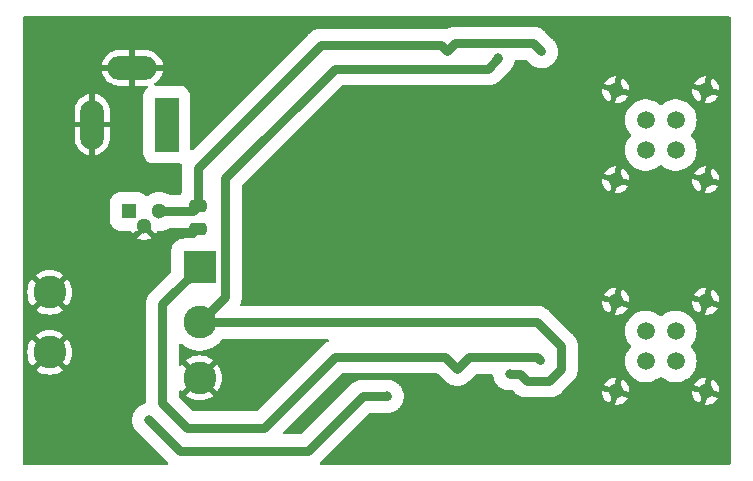
<source format=gbr>
%TF.GenerationSoftware,KiCad,Pcbnew,7.0.2*%
%TF.CreationDate,2023-05-26T14:56:53-03:00*%
%TF.ProjectId,Fonte-de-corrente-SWLS_V0,466f6e74-652d-4646-952d-636f7272656e,rev?*%
%TF.SameCoordinates,Original*%
%TF.FileFunction,Copper,L2,Bot*%
%TF.FilePolarity,Positive*%
%FSLAX46Y46*%
G04 Gerber Fmt 4.6, Leading zero omitted, Abs format (unit mm)*
G04 Created by KiCad (PCBNEW 7.0.2) date 2023-05-26 14:56:53*
%MOMM*%
%LPD*%
G01*
G04 APERTURE LIST*
G04 Aperture macros list*
%AMRoundRect*
0 Rectangle with rounded corners*
0 $1 Rounding radius*
0 $2 $3 $4 $5 $6 $7 $8 $9 X,Y pos of 4 corners*
0 Add a 4 corners polygon primitive as box body*
4,1,4,$2,$3,$4,$5,$6,$7,$8,$9,$2,$3,0*
0 Add four circle primitives for the rounded corners*
1,1,$1+$1,$2,$3*
1,1,$1+$1,$4,$5*
1,1,$1+$1,$6,$7*
1,1,$1+$1,$8,$9*
0 Add four rect primitives between the rounded corners*
20,1,$1+$1,$2,$3,$4,$5,0*
20,1,$1+$1,$4,$5,$6,$7,0*
20,1,$1+$1,$6,$7,$8,$9,0*
20,1,$1+$1,$8,$9,$2,$3,0*%
G04 Aperture macros list end*
%TA.AperFunction,ComponentPad*%
%ADD10C,2.775000*%
%TD*%
%TA.AperFunction,ComponentPad*%
%ADD11R,2.775000X2.775000*%
%TD*%
%TA.AperFunction,ComponentPad*%
%ADD12C,1.500000*%
%TD*%
%TA.AperFunction,ComponentPad*%
%ADD13C,1.300000*%
%TD*%
%TA.AperFunction,ComponentPad*%
%ADD14R,2.000000X4.600000*%
%TD*%
%TA.AperFunction,ComponentPad*%
%ADD15O,2.000000X4.200000*%
%TD*%
%TA.AperFunction,ComponentPad*%
%ADD16O,4.200000X2.000000*%
%TD*%
%TA.AperFunction,ComponentPad*%
%ADD17R,1.300000X1.300000*%
%TD*%
%TA.AperFunction,SMDPad,CuDef*%
%ADD18RoundRect,0.250000X-0.475000X0.250000X-0.475000X-0.250000X0.475000X-0.250000X0.475000X0.250000X0*%
%TD*%
%TA.AperFunction,ViaPad*%
%ADD19C,0.800000*%
%TD*%
%TA.AperFunction,Conductor*%
%ADD20C,0.600000*%
%TD*%
%TA.AperFunction,Conductor*%
%ADD21C,0.800000*%
%TD*%
G04 APERTURE END LIST*
D10*
%TO.P,SW1,S2*%
%TO.N,GND*%
X14351000Y-60706000D03*
%TO.P,SW1,S1*%
X14351000Y-55626000D03*
%TO.P,SW1,3,C*%
X27051000Y-62866000D03*
%TO.P,SW1,2,B*%
%TO.N,/IN*%
X27051000Y-58166000D03*
D11*
%TO.P,SW1,1,A*%
%TO.N,+5V*%
X27051000Y-53466000D03*
%TD*%
D12*
%TO.P,J2,1*%
%TO.N,/CH1+*%
X64829000Y-41021000D03*
%TO.P,J2,2*%
%TO.N,/CH1-*%
X64829000Y-43561000D03*
%TO.P,J2,3*%
%TO.N,unconnected-(J2-Pad3)*%
X67369000Y-43561000D03*
%TO.P,J2,4*%
%TO.N,unconnected-(J2-Pad4)*%
X67369000Y-41021000D03*
D13*
%TO.P,J2,5*%
%TO.N,GND*%
X62289000Y-38481000D03*
%TO.P,J2,6*%
X69909000Y-38481000D03*
%TO.P,J2,7*%
X69909000Y-46101000D03*
%TO.P,J2,8*%
X62289000Y-46101000D03*
%TD*%
%TO.P,J3,8*%
%TO.N,GND*%
X62289000Y-64008000D03*
%TO.P,J3,7*%
X69909000Y-64008000D03*
%TO.P,J3,6*%
X69909000Y-56388000D03*
%TO.P,J3,5*%
X62289000Y-56388000D03*
D12*
%TO.P,J3,4*%
%TO.N,unconnected-(J3-Pad4)*%
X67369000Y-58928000D03*
%TO.P,J3,3*%
%TO.N,unconnected-(J3-Pad3)*%
X67369000Y-61468000D03*
%TO.P,J3,2*%
%TO.N,/CH2-*%
X64829000Y-61468000D03*
%TO.P,J3,1*%
%TO.N,/CH2+*%
X64829000Y-58928000D03*
%TD*%
D14*
%TO.P,J4,1*%
%TO.N,/VIN*%
X24257000Y-41417000D03*
D15*
%TO.P,J4,2*%
%TO.N,GND*%
X17957000Y-41417000D03*
D16*
%TO.P,J4,3*%
X21357000Y-36617000D03*
%TD*%
D17*
%TO.P,U1,1,VI*%
%TO.N,/VIN*%
X21082000Y-48768000D03*
D13*
%TO.P,U1,2,GND*%
%TO.N,GND*%
X22352000Y-50038000D03*
%TO.P,U1,3,VO*%
%TO.N,+5V*%
X23622000Y-48768000D03*
%TD*%
D18*
%TO.P,C4,1*%
%TO.N,+5V*%
X26924000Y-48326000D03*
%TO.P,C4,2*%
%TO.N,GND*%
X26924000Y-50226000D03*
%TD*%
D19*
%TO.N,+5V*%
X55992000Y-35233000D03*
X47991000Y-35233000D03*
%TO.N,GND*%
X50950000Y-65900000D03*
%TO.N,+5V*%
X55832236Y-61367764D03*
X48852472Y-62135000D03*
%TO.N,GND*%
X50419000Y-39497000D03*
X30988000Y-37338000D03*
X44069000Y-65913000D03*
X43815000Y-39497000D03*
%TO.N,/IN*%
X53297472Y-62516000D03*
X52324000Y-35814000D03*
%TO.N,/~{IN}*%
X42926000Y-64421000D03*
X22733000Y-66421000D03*
%TD*%
D20*
%TO.N,GND*%
X26450000Y-50700000D02*
X24850000Y-50700000D01*
X26924000Y-50226000D02*
X26450000Y-50700000D01*
D21*
%TO.N,+5V*%
X23876000Y-56641000D02*
X27051000Y-53466000D01*
X23876000Y-65024000D02*
X23876000Y-56641000D01*
X25952000Y-67100000D02*
X23876000Y-65024000D01*
X38481000Y-61087000D02*
X32468000Y-67100000D01*
X47804472Y-61087000D02*
X38481000Y-61087000D01*
X48852472Y-62135000D02*
X47804472Y-61087000D01*
X32468000Y-67100000D02*
X25952000Y-67100000D01*
%TO.N,/~{IN}*%
X25362000Y-69050000D02*
X22733000Y-66421000D01*
X36233000Y-69050000D02*
X25362000Y-69050000D01*
X42926000Y-64421000D02*
X40862000Y-64421000D01*
X40862000Y-64421000D02*
X36233000Y-69050000D01*
%TO.N,+5V*%
X47483000Y-34725000D02*
X39482000Y-34725000D01*
X48680000Y-34544000D02*
X55303000Y-34544000D01*
X39482000Y-34725000D02*
X37284000Y-34725000D01*
X47991000Y-35233000D02*
X48680000Y-34544000D01*
X26924000Y-45085000D02*
X26924000Y-48326000D01*
X47991000Y-35233000D02*
X47483000Y-34725000D01*
X37284000Y-34725000D02*
X26924000Y-45085000D01*
X55303000Y-34544000D02*
X55992000Y-35233000D01*
X49868472Y-61119000D02*
X48852472Y-62135000D01*
X55583472Y-61119000D02*
X49868472Y-61119000D01*
X55832236Y-61367764D02*
X55583472Y-61119000D01*
X26482000Y-48768000D02*
X26924000Y-48326000D01*
X23622000Y-48768000D02*
X26482000Y-48768000D01*
%TO.N,/IN*%
X39116000Y-36703000D02*
X51435000Y-36703000D01*
X57658000Y-62103000D02*
X56642000Y-63119000D01*
X54134000Y-62516000D02*
X53297472Y-62516000D01*
X51435000Y-36703000D02*
X52324000Y-35814000D01*
X29210000Y-56007000D02*
X29210000Y-45974000D01*
X57658000Y-60198000D02*
X57658000Y-62103000D01*
X27051000Y-58166000D02*
X29210000Y-56007000D01*
X56642000Y-63119000D02*
X54737000Y-63119000D01*
X29210000Y-45974000D02*
X38481000Y-36703000D01*
X54737000Y-63119000D02*
X54134000Y-62516000D01*
X55626000Y-58166000D02*
X57658000Y-60198000D01*
X27051000Y-58166000D02*
X55626000Y-58166000D01*
X38481000Y-36703000D02*
X39116000Y-36703000D01*
%TD*%
%TA.AperFunction,Conductor*%
%TO.N,GND*%
G36*
X71951539Y-32278185D02*
G01*
X71997294Y-32330989D01*
X72008500Y-32382500D01*
X72008500Y-70106500D01*
X71988815Y-70173539D01*
X71936011Y-70219294D01*
X71884500Y-70230500D01*
X37333897Y-70230500D01*
X37266858Y-70210815D01*
X37221103Y-70158011D01*
X37211159Y-70088853D01*
X37240184Y-70025297D01*
X37248098Y-70016976D01*
X37253581Y-70011721D01*
X37288118Y-69978621D01*
X37291530Y-69974006D01*
X37303539Y-69960065D01*
X41405786Y-65857819D01*
X41467110Y-65824334D01*
X41493468Y-65821500D01*
X43042047Y-65821500D01*
X43042049Y-65821500D01*
X43096010Y-65812494D01*
X43105905Y-65811251D01*
X43163541Y-65806346D01*
X43212941Y-65793482D01*
X43223760Y-65791177D01*
X43253221Y-65786261D01*
X43270982Y-65783298D01*
X43325946Y-65764428D01*
X43334949Y-65761714D01*
X43394249Y-65746275D01*
X43437642Y-65726659D01*
X43448443Y-65722374D01*
X43490503Y-65707936D01*
X43544622Y-65678647D01*
X43552530Y-65674726D01*
X43611486Y-65648077D01*
X43648108Y-65623324D01*
X43658515Y-65617011D01*
X43694626Y-65597470D01*
X43745877Y-65557578D01*
X43752589Y-65552706D01*
X43809003Y-65514579D01*
X43838460Y-65486345D01*
X43848064Y-65478044D01*
X43877784Y-65454913D01*
X43924081Y-65404619D01*
X43929490Y-65399100D01*
X43981118Y-65349621D01*
X44003350Y-65319559D01*
X44011797Y-65309333D01*
X44034979Y-65284153D01*
X44074238Y-65224060D01*
X44078312Y-65218203D01*
X44122879Y-65157947D01*
X44138163Y-65127630D01*
X44145079Y-65115632D01*
X44148704Y-65110082D01*
X44161924Y-65089849D01*
X44192123Y-65021000D01*
X44194927Y-65015045D01*
X44230207Y-64945074D01*
X44239150Y-64915868D01*
X44244158Y-64902374D01*
X44255157Y-64877300D01*
X44274453Y-64801099D01*
X44276088Y-64795255D01*
X44300015Y-64717126D01*
X44300014Y-64717126D01*
X44300016Y-64717123D01*
X44303461Y-64690215D01*
X44306247Y-64675548D01*
X44312134Y-64652305D01*
X44318903Y-64570600D01*
X44319484Y-64565095D01*
X44330298Y-64480654D01*
X44329291Y-64456960D01*
X44329602Y-64441481D01*
X44331300Y-64421000D01*
X44324248Y-64335902D01*
X44323938Y-64330944D01*
X44323226Y-64314186D01*
X44320180Y-64242468D01*
X44315907Y-64222642D01*
X44313547Y-64206756D01*
X44313172Y-64202227D01*
X44312134Y-64189695D01*
X44290328Y-64103589D01*
X44289336Y-64099354D01*
X44269954Y-64009419D01*
X44263665Y-63993770D01*
X44258521Y-63977989D01*
X44255157Y-63964700D01*
X44218102Y-63880224D01*
X44216621Y-63876696D01*
X44181066Y-63788214D01*
X44181064Y-63788210D01*
X44174016Y-63776764D01*
X44166051Y-63761561D01*
X44161924Y-63752151D01*
X44109628Y-63672106D01*
X44107879Y-63669350D01*
X44056069Y-63585205D01*
X44049454Y-63577689D01*
X44038730Y-63563588D01*
X44034980Y-63557849D01*
X44034979Y-63557847D01*
X43967876Y-63484953D01*
X43966068Y-63482944D01*
X43957468Y-63473173D01*
X43898564Y-63406245D01*
X43897253Y-63405186D01*
X43893439Y-63402106D01*
X43880115Y-63389619D01*
X43877785Y-63387088D01*
X43867587Y-63379151D01*
X43796066Y-63323484D01*
X43729496Y-63269732D01*
X43713079Y-63256476D01*
X43710315Y-63254932D01*
X43694637Y-63244538D01*
X43694626Y-63244529D01*
X43600837Y-63193774D01*
X43540789Y-63160229D01*
X43504954Y-63140210D01*
X43504952Y-63140209D01*
X43504762Y-63140103D01*
X43493401Y-63135059D01*
X43480281Y-63130555D01*
X43386723Y-63098436D01*
X43350982Y-63085808D01*
X43277203Y-63059740D01*
X43159675Y-63040128D01*
X43045202Y-63020500D01*
X43045200Y-63020500D01*
X40910565Y-63020500D01*
X40902675Y-63020249D01*
X40899141Y-63020023D01*
X40832167Y-63015753D01*
X40832165Y-63015753D01*
X40832162Y-63015753D01*
X40729741Y-63026663D01*
X40727125Y-63026914D01*
X40624456Y-63035654D01*
X40618906Y-63037099D01*
X40600813Y-63040400D01*
X40595105Y-63041008D01*
X40495994Y-63069072D01*
X40493459Y-63069761D01*
X40393749Y-63095725D01*
X40388524Y-63098087D01*
X40371253Y-63104396D01*
X40365728Y-63105960D01*
X40272767Y-63150381D01*
X40270383Y-63151489D01*
X40176510Y-63193924D01*
X40171750Y-63197141D01*
X40155807Y-63206270D01*
X40150626Y-63208746D01*
X40066511Y-63268236D01*
X40064349Y-63269732D01*
X39978995Y-63327421D01*
X39974854Y-63331391D01*
X39960663Y-63343100D01*
X39955981Y-63346411D01*
X39883142Y-63419249D01*
X39881263Y-63421089D01*
X39806880Y-63492380D01*
X39803466Y-63496996D01*
X39791457Y-63510935D01*
X35689213Y-67613181D01*
X35627890Y-67646666D01*
X35601532Y-67649500D01*
X34198468Y-67649500D01*
X34131429Y-67629815D01*
X34085674Y-67577011D01*
X34075730Y-67507853D01*
X34104755Y-67444297D01*
X34110787Y-67437819D01*
X39024787Y-62523819D01*
X39086110Y-62490334D01*
X39112468Y-62487500D01*
X47173004Y-62487500D01*
X47240043Y-62507185D01*
X47260685Y-62523819D01*
X47793423Y-63056557D01*
X47803850Y-63068404D01*
X47817302Y-63085808D01*
X47858027Y-63123214D01*
X47865376Y-63130555D01*
X47900686Y-63168913D01*
X47943181Y-63201987D01*
X47950901Y-63208518D01*
X47992876Y-63247073D01*
X47992878Y-63247074D01*
X47992879Y-63247075D01*
X48011353Y-63258998D01*
X48024037Y-63268379D01*
X48040851Y-63282555D01*
X48057612Y-63292390D01*
X48071009Y-63301479D01*
X48083848Y-63311472D01*
X48134190Y-63338715D01*
X48142410Y-63343581D01*
X48193185Y-63376351D01*
X48213408Y-63384980D01*
X48227492Y-63392080D01*
X48246463Y-63403213D01*
X48261446Y-63408867D01*
X48276668Y-63415820D01*
X48287969Y-63421936D01*
X48345376Y-63441644D01*
X48353753Y-63444865D01*
X48412458Y-63469914D01*
X48433846Y-63475000D01*
X48448939Y-63479623D01*
X48469505Y-63487385D01*
X48469507Y-63487385D01*
X48469509Y-63487386D01*
X48481857Y-63489773D01*
X48498570Y-63494235D01*
X48507491Y-63497298D01*
X48570712Y-63507847D01*
X48578967Y-63509516D01*
X48644389Y-63525076D01*
X48666336Y-63526475D01*
X48681974Y-63528477D01*
X48703572Y-63532655D01*
X48712728Y-63532849D01*
X48730507Y-63534512D01*
X48736423Y-63535500D01*
X48803908Y-63535500D01*
X48811798Y-63535751D01*
X48882306Y-63540247D01*
X48904181Y-63537916D01*
X48919922Y-63537247D01*
X48941919Y-63537715D01*
X48947590Y-63536866D01*
X48965946Y-63535500D01*
X48968519Y-63535500D01*
X48968521Y-63535500D01*
X49038467Y-63523827D01*
X49045730Y-63522836D01*
X49119365Y-63514992D01*
X49140527Y-63508999D01*
X49155936Y-63505678D01*
X49177693Y-63502422D01*
X49179873Y-63501703D01*
X49196747Y-63497539D01*
X49197445Y-63497299D01*
X49197453Y-63497298D01*
X49267745Y-63473165D01*
X49274204Y-63471145D01*
X49348745Y-63450038D01*
X49368589Y-63440555D01*
X49383229Y-63434671D01*
X49404109Y-63427790D01*
X49404113Y-63427787D01*
X49405056Y-63427477D01*
X49413539Y-63423796D01*
X49476689Y-63389619D01*
X49485325Y-63384945D01*
X49490843Y-63382135D01*
X49563850Y-63347251D01*
X49581810Y-63334547D01*
X49595234Y-63326282D01*
X49614658Y-63315967D01*
X49614659Y-63315966D01*
X49616740Y-63314861D01*
X49621093Y-63311472D01*
X49621098Y-63311470D01*
X49685131Y-63261629D01*
X49689660Y-63258268D01*
X49758488Y-63209590D01*
X49774031Y-63194045D01*
X49785870Y-63183626D01*
X49803279Y-63170171D01*
X49862084Y-63106146D01*
X49865658Y-63102418D01*
X50412258Y-62555819D01*
X50473582Y-62522334D01*
X50499940Y-62519500D01*
X51777012Y-62519500D01*
X51844051Y-62539185D01*
X51889806Y-62591989D01*
X51900900Y-62638236D01*
X51903292Y-62694532D01*
X51907564Y-62714356D01*
X51909923Y-62730237D01*
X51911337Y-62747301D01*
X51933133Y-62833371D01*
X51934141Y-62837676D01*
X51950725Y-62914621D01*
X51953518Y-62927581D01*
X51959805Y-62943226D01*
X51964951Y-62959017D01*
X51968315Y-62972301D01*
X52005347Y-63056727D01*
X52006849Y-63060301D01*
X52042408Y-63148790D01*
X52049451Y-63160229D01*
X52057417Y-63175431D01*
X52061548Y-63184849D01*
X52113838Y-63264886D01*
X52115619Y-63267693D01*
X52167403Y-63351796D01*
X52174011Y-63359303D01*
X52184740Y-63373409D01*
X52188493Y-63379153D01*
X52255589Y-63452040D01*
X52257402Y-63454054D01*
X52304744Y-63507845D01*
X52324909Y-63530756D01*
X52330033Y-63534894D01*
X52343358Y-63547382D01*
X52345688Y-63549913D01*
X52427405Y-63613515D01*
X52510392Y-63680523D01*
X52513157Y-63682067D01*
X52528831Y-63692458D01*
X52528846Y-63692470D01*
X52622634Y-63743225D01*
X52718518Y-63796790D01*
X52718523Y-63796791D01*
X52718724Y-63796904D01*
X52730056Y-63801935D01*
X52732964Y-63802933D01*
X52732969Y-63802936D01*
X52836748Y-63838563D01*
X52943301Y-63876211D01*
X52943308Y-63876212D01*
X52946274Y-63877260D01*
X52952487Y-63878296D01*
X52952491Y-63878298D01*
X53063795Y-63896871D01*
X53063796Y-63896871D01*
X53178271Y-63916500D01*
X53178272Y-63916500D01*
X53181423Y-63916500D01*
X53413521Y-63916500D01*
X53502532Y-63916500D01*
X53569571Y-63936185D01*
X53590213Y-63952819D01*
X53712358Y-64074964D01*
X53717760Y-64080721D01*
X53764436Y-64133755D01*
X53844590Y-64198474D01*
X53846599Y-64200133D01*
X53925373Y-64266551D01*
X53925377Y-64266553D01*
X53925379Y-64266555D01*
X53930325Y-64269457D01*
X53945471Y-64279931D01*
X53949920Y-64283523D01*
X54039883Y-64333780D01*
X54042076Y-64335036D01*
X54130991Y-64387213D01*
X54136347Y-64389234D01*
X54153047Y-64396997D01*
X54158046Y-64399790D01*
X54218062Y-64420995D01*
X54255195Y-64434115D01*
X54257653Y-64435012D01*
X54354037Y-64471386D01*
X54359659Y-64472473D01*
X54377416Y-64477298D01*
X54382829Y-64479211D01*
X54484404Y-64496627D01*
X54486945Y-64497090D01*
X54553063Y-64509878D01*
X54588099Y-64516655D01*
X54588665Y-64516666D01*
X54593821Y-64516776D01*
X54612159Y-64518532D01*
X54617800Y-64519500D01*
X54720798Y-64519500D01*
X54723429Y-64519527D01*
X54826447Y-64521715D01*
X54832120Y-64520866D01*
X54850475Y-64519500D01*
X56593436Y-64519500D01*
X56601326Y-64519751D01*
X56671834Y-64524247D01*
X56774323Y-64513327D01*
X56776861Y-64513084D01*
X56879541Y-64504346D01*
X56885077Y-64502903D01*
X56903190Y-64499599D01*
X56908893Y-64498992D01*
X57008137Y-64470888D01*
X57010512Y-64470243D01*
X57110249Y-64444275D01*
X57115463Y-64441917D01*
X57132754Y-64435600D01*
X57138273Y-64434038D01*
X57231347Y-64389562D01*
X57233538Y-64388543D01*
X57327486Y-64346077D01*
X57332219Y-64342877D01*
X57348205Y-64333722D01*
X57353378Y-64331251D01*
X57437554Y-64271715D01*
X57439630Y-64270280D01*
X57525003Y-64212579D01*
X57529136Y-64208617D01*
X57543336Y-64196899D01*
X57548016Y-64193590D01*
X57620853Y-64120751D01*
X57622687Y-64118955D01*
X57697118Y-64047621D01*
X57700530Y-64043006D01*
X57712539Y-64029065D01*
X57733605Y-64007999D01*
X61134073Y-64007999D01*
X61153737Y-64220219D01*
X61212062Y-64425208D01*
X61307058Y-64615988D01*
X61435497Y-64786067D01*
X61593001Y-64929652D01*
X61756156Y-65030673D01*
X61965330Y-64250016D01*
X62050955Y-64335641D01*
X62163852Y-64393165D01*
X62257519Y-64408000D01*
X62320481Y-64408000D01*
X62414148Y-64393165D01*
X62449430Y-64375187D01*
X62239677Y-65157999D01*
X62239678Y-65158000D01*
X62395561Y-65158000D01*
X62605060Y-65118837D01*
X62803798Y-65041846D01*
X62984996Y-64929654D01*
X63142502Y-64786067D01*
X63270938Y-64615992D01*
X63308747Y-64540058D01*
X62531018Y-64331667D01*
X62616641Y-64246045D01*
X62674165Y-64133148D01*
X62693986Y-64008000D01*
X62674165Y-63882852D01*
X62656186Y-63847566D01*
X63439346Y-64057414D01*
X63443926Y-64007999D01*
X68754073Y-64007999D01*
X68773737Y-64220219D01*
X68832062Y-64425208D01*
X68927058Y-64615988D01*
X69055497Y-64786067D01*
X69213001Y-64929652D01*
X69376156Y-65030673D01*
X69585330Y-64250016D01*
X69670955Y-64335641D01*
X69783852Y-64393165D01*
X69877519Y-64408000D01*
X69940481Y-64408000D01*
X70034148Y-64393165D01*
X70069430Y-64375187D01*
X69859677Y-65157999D01*
X69859678Y-65158000D01*
X70015561Y-65158000D01*
X70225060Y-65118837D01*
X70423798Y-65041846D01*
X70604996Y-64929654D01*
X70762502Y-64786067D01*
X70890938Y-64615992D01*
X70928747Y-64540058D01*
X70151018Y-64331667D01*
X70236641Y-64246045D01*
X70294165Y-64133148D01*
X70313986Y-64008000D01*
X70294165Y-63882852D01*
X70276186Y-63847566D01*
X71059346Y-64057414D01*
X71063926Y-64007998D01*
X71044262Y-63795780D01*
X70985937Y-63590791D01*
X70890941Y-63400011D01*
X70762502Y-63229932D01*
X70604998Y-63086347D01*
X70441842Y-62985325D01*
X70232667Y-63765981D01*
X70147045Y-63680359D01*
X70034148Y-63622835D01*
X69940481Y-63608000D01*
X69877519Y-63608000D01*
X69783852Y-63622835D01*
X69748566Y-63640813D01*
X69958322Y-62858000D01*
X69802439Y-62858000D01*
X69592939Y-62897162D01*
X69394201Y-62974153D01*
X69213003Y-63086345D01*
X69055497Y-63229932D01*
X68927060Y-63400009D01*
X68889251Y-63475940D01*
X69666982Y-63684331D01*
X69581359Y-63769955D01*
X69523835Y-63882852D01*
X69504014Y-64008000D01*
X69523835Y-64133148D01*
X69541812Y-64168431D01*
X68758651Y-63958584D01*
X68754073Y-64007999D01*
X63443926Y-64007999D01*
X63443926Y-64007998D01*
X63424262Y-63795780D01*
X63365937Y-63590791D01*
X63270941Y-63400011D01*
X63142502Y-63229932D01*
X62984998Y-63086347D01*
X62821842Y-62985325D01*
X62612667Y-63765981D01*
X62527045Y-63680359D01*
X62414148Y-63622835D01*
X62320481Y-63608000D01*
X62257519Y-63608000D01*
X62163852Y-63622835D01*
X62128566Y-63640813D01*
X62338322Y-62858000D01*
X62182439Y-62858000D01*
X61972939Y-62897162D01*
X61774201Y-62974153D01*
X61593003Y-63086345D01*
X61435497Y-63229932D01*
X61307060Y-63400009D01*
X61269251Y-63475940D01*
X62046982Y-63684331D01*
X61961359Y-63769955D01*
X61903835Y-63882852D01*
X61884014Y-64008000D01*
X61903835Y-64133148D01*
X61921812Y-64168431D01*
X61138651Y-63958584D01*
X61134073Y-64007999D01*
X57733605Y-64007999D01*
X58613978Y-63127626D01*
X58619703Y-63122254D01*
X58672755Y-63075564D01*
X58737485Y-62995396D01*
X58739143Y-62993388D01*
X58805549Y-62914627D01*
X58805549Y-62914626D01*
X58805554Y-62914621D01*
X58808455Y-62909676D01*
X58818920Y-62894541D01*
X58822523Y-62890080D01*
X58872777Y-62800118D01*
X58874026Y-62797936D01*
X58926213Y-62709009D01*
X58928233Y-62703652D01*
X58935996Y-62686953D01*
X58938790Y-62681954D01*
X58973124Y-62584775D01*
X58974013Y-62582345D01*
X58990301Y-62539185D01*
X59010386Y-62485963D01*
X59011472Y-62480346D01*
X59016300Y-62462576D01*
X59018211Y-62457171D01*
X59035629Y-62355578D01*
X59036087Y-62353070D01*
X59055655Y-62251900D01*
X59055776Y-62246178D01*
X59057533Y-62227837D01*
X59058500Y-62222199D01*
X59058500Y-62119201D01*
X59058528Y-62116569D01*
X59060715Y-62013552D01*
X59059866Y-62007880D01*
X59058500Y-61989525D01*
X59058500Y-61468000D01*
X63073591Y-61468000D01*
X63093197Y-61729627D01*
X63151580Y-61985418D01*
X63247431Y-62229641D01*
X63361558Y-62427316D01*
X63378614Y-62456857D01*
X63542195Y-62661981D01*
X63542197Y-62661983D01*
X63542198Y-62661984D01*
X63734514Y-62840428D01*
X63734520Y-62840432D01*
X63734521Y-62840433D01*
X63951296Y-62988228D01*
X64187677Y-63102063D01*
X64438385Y-63179396D01*
X64697818Y-63218500D01*
X64960182Y-63218500D01*
X65219615Y-63179396D01*
X65470323Y-63102063D01*
X65706704Y-62988228D01*
X65923479Y-62840433D01*
X66014658Y-62755830D01*
X66077190Y-62724662D01*
X66146647Y-62732249D01*
X66183342Y-62755831D01*
X66274518Y-62840431D01*
X66274521Y-62840433D01*
X66491296Y-62988228D01*
X66727677Y-63102063D01*
X66978385Y-63179396D01*
X67237818Y-63218500D01*
X67500182Y-63218500D01*
X67759615Y-63179396D01*
X68010323Y-63102063D01*
X68246704Y-62988228D01*
X68463479Y-62840433D01*
X68463482Y-62840429D01*
X68463485Y-62840428D01*
X68548792Y-62761273D01*
X68655805Y-62661981D01*
X68819386Y-62456857D01*
X68950568Y-62229643D01*
X69046420Y-61985416D01*
X69104802Y-61729630D01*
X69124408Y-61468000D01*
X69104802Y-61206370D01*
X69046420Y-60950584D01*
X68950568Y-60706357D01*
X68819386Y-60479143D01*
X68656835Y-60275310D01*
X68630428Y-60210627D01*
X68643183Y-60141931D01*
X68656832Y-60120693D01*
X68819386Y-59916857D01*
X68950568Y-59689643D01*
X69046420Y-59445416D01*
X69104802Y-59189630D01*
X69124408Y-58928000D01*
X69104802Y-58666370D01*
X69046420Y-58410584D01*
X68950568Y-58166357D01*
X68819386Y-57939143D01*
X68655805Y-57734019D01*
X68588250Y-57671337D01*
X68463485Y-57555571D01*
X68437713Y-57538000D01*
X68246704Y-57407772D01*
X68010323Y-57293937D01*
X67759615Y-57216604D01*
X67500182Y-57177500D01*
X67237818Y-57177500D01*
X66978385Y-57216604D01*
X66727677Y-57293937D01*
X66491298Y-57407770D01*
X66274519Y-57555568D01*
X66183341Y-57640169D01*
X66120808Y-57671337D01*
X66051352Y-57663750D01*
X66014659Y-57640169D01*
X65923480Y-57555568D01*
X65897711Y-57537999D01*
X65706704Y-57407772D01*
X65706703Y-57407771D01*
X65706701Y-57407770D01*
X65580110Y-57346807D01*
X65470323Y-57293937D01*
X65219615Y-57216604D01*
X64960182Y-57177500D01*
X64697818Y-57177500D01*
X64438385Y-57216604D01*
X64187677Y-57293937D01*
X63951296Y-57407772D01*
X63901578Y-57441669D01*
X63734514Y-57555571D01*
X63542198Y-57734015D01*
X63378613Y-57939143D01*
X63247431Y-58166358D01*
X63151580Y-58410581D01*
X63093197Y-58666372D01*
X63073591Y-58928000D01*
X63093197Y-59189627D01*
X63151580Y-59445418D01*
X63244335Y-59681753D01*
X63247432Y-59689643D01*
X63256543Y-59705423D01*
X63378613Y-59916856D01*
X63394315Y-59936546D01*
X63541163Y-60120687D01*
X63567571Y-60185373D01*
X63554816Y-60254068D01*
X63541163Y-60275312D01*
X63378613Y-60479143D01*
X63247431Y-60706358D01*
X63151580Y-60950581D01*
X63093197Y-61206372D01*
X63073591Y-61468000D01*
X59058500Y-61468000D01*
X59058500Y-60246564D01*
X59058751Y-60238674D01*
X59060539Y-60210627D01*
X59063247Y-60168166D01*
X59052328Y-60065686D01*
X59052081Y-60063100D01*
X59050490Y-60044410D01*
X59043346Y-59960459D01*
X59041902Y-59954915D01*
X59038598Y-59936800D01*
X59038484Y-59935731D01*
X59037992Y-59931108D01*
X59009903Y-59831915D01*
X59009229Y-59829431D01*
X59006457Y-59818786D01*
X58991600Y-59761725D01*
X58983275Y-59729750D01*
X58980915Y-59724529D01*
X58974600Y-59707242D01*
X58973039Y-59701730D01*
X58968774Y-59692805D01*
X58928587Y-59608705D01*
X58927488Y-59606338D01*
X58918378Y-59586185D01*
X58885077Y-59512514D01*
X58881872Y-59507773D01*
X58872723Y-59491795D01*
X58870253Y-59486626D01*
X58870252Y-59486625D01*
X58870251Y-59486622D01*
X58810697Y-59402419D01*
X58809284Y-59400375D01*
X58751579Y-59314997D01*
X58747609Y-59310854D01*
X58735897Y-59296659D01*
X58732590Y-59291984D01*
X58659773Y-59219167D01*
X58657932Y-59217287D01*
X58631422Y-59189627D01*
X58586621Y-59142882D01*
X58582002Y-59139466D01*
X58568063Y-59127457D01*
X56650640Y-57210034D01*
X56645237Y-57204276D01*
X56598564Y-57151245D01*
X56518428Y-57086539D01*
X56516399Y-57084865D01*
X56437622Y-57018447D01*
X56437621Y-57018446D01*
X56432670Y-57015541D01*
X56417542Y-57005080D01*
X56413080Y-57001477D01*
X56413079Y-57001476D01*
X56413076Y-57001474D01*
X56323130Y-56951228D01*
X56320899Y-56949950D01*
X56232009Y-56897787D01*
X56232008Y-56897786D01*
X56232007Y-56897786D01*
X56226648Y-56895764D01*
X56209953Y-56888002D01*
X56204954Y-56885210D01*
X56198378Y-56882886D01*
X56107786Y-56850877D01*
X56105317Y-56849975D01*
X56008961Y-56813613D01*
X56003336Y-56812525D01*
X55985592Y-56807703D01*
X55980173Y-56805788D01*
X55878639Y-56788379D01*
X55876050Y-56787907D01*
X55774898Y-56768344D01*
X55769157Y-56768222D01*
X55750852Y-56766468D01*
X55745204Y-56765500D01*
X55745200Y-56765500D01*
X55642202Y-56765500D01*
X55639570Y-56765472D01*
X55536552Y-56763284D01*
X55530880Y-56764134D01*
X55512525Y-56765500D01*
X30601797Y-56765500D01*
X30534758Y-56745815D01*
X30489003Y-56693011D01*
X30479059Y-56623853D01*
X30488378Y-56596301D01*
X30487272Y-56595911D01*
X30490790Y-56585954D01*
X30525124Y-56488775D01*
X30526013Y-56486345D01*
X30562384Y-56389967D01*
X30562386Y-56389963D01*
X30562766Y-56387999D01*
X61134073Y-56387999D01*
X61153737Y-56600219D01*
X61212062Y-56805208D01*
X61307058Y-56995988D01*
X61435497Y-57166067D01*
X61593001Y-57309652D01*
X61756156Y-57410673D01*
X61965330Y-56630016D01*
X62050955Y-56715641D01*
X62163852Y-56773165D01*
X62257519Y-56788000D01*
X62320481Y-56788000D01*
X62414148Y-56773165D01*
X62449430Y-56755187D01*
X62239677Y-57537999D01*
X62239678Y-57538000D01*
X62395561Y-57538000D01*
X62605060Y-57498837D01*
X62803798Y-57421846D01*
X62984996Y-57309654D01*
X63142502Y-57166067D01*
X63270938Y-56995992D01*
X63308747Y-56920058D01*
X62531018Y-56711667D01*
X62616641Y-56626045D01*
X62674165Y-56513148D01*
X62693986Y-56388000D01*
X62674165Y-56262852D01*
X62656186Y-56227566D01*
X63439346Y-56437414D01*
X63443926Y-56387999D01*
X68754073Y-56387999D01*
X68773737Y-56600219D01*
X68832062Y-56805208D01*
X68927058Y-56995988D01*
X69055497Y-57166067D01*
X69213001Y-57309652D01*
X69376156Y-57410673D01*
X69585330Y-56630016D01*
X69670955Y-56715641D01*
X69783852Y-56773165D01*
X69877519Y-56788000D01*
X69940481Y-56788000D01*
X70034148Y-56773165D01*
X70069430Y-56755187D01*
X69859677Y-57537999D01*
X69859678Y-57538000D01*
X70015561Y-57538000D01*
X70225060Y-57498837D01*
X70423798Y-57421846D01*
X70604996Y-57309654D01*
X70762502Y-57166067D01*
X70890938Y-56995992D01*
X70928747Y-56920058D01*
X70151018Y-56711667D01*
X70236641Y-56626045D01*
X70294165Y-56513148D01*
X70313986Y-56388000D01*
X70294165Y-56262852D01*
X70276186Y-56227566D01*
X71059346Y-56437414D01*
X71063926Y-56387998D01*
X71044262Y-56175780D01*
X70985937Y-55970791D01*
X70890941Y-55780011D01*
X70762502Y-55609932D01*
X70604998Y-55466347D01*
X70441842Y-55365325D01*
X70232667Y-56145981D01*
X70147045Y-56060359D01*
X70034148Y-56002835D01*
X69940481Y-55988000D01*
X69877519Y-55988000D01*
X69783852Y-56002835D01*
X69748566Y-56020813D01*
X69958322Y-55238000D01*
X69802439Y-55238000D01*
X69592939Y-55277162D01*
X69394201Y-55354153D01*
X69213003Y-55466345D01*
X69055497Y-55609932D01*
X68927060Y-55780009D01*
X68889251Y-55855940D01*
X69666982Y-56064331D01*
X69581359Y-56149955D01*
X69523835Y-56262852D01*
X69504014Y-56388000D01*
X69523835Y-56513148D01*
X69541812Y-56548431D01*
X68758651Y-56338584D01*
X68754073Y-56387999D01*
X63443926Y-56387999D01*
X63443926Y-56387998D01*
X63424262Y-56175780D01*
X63365937Y-55970791D01*
X63270941Y-55780011D01*
X63142502Y-55609932D01*
X62984998Y-55466347D01*
X62821842Y-55365325D01*
X62612667Y-56145981D01*
X62527045Y-56060359D01*
X62414148Y-56002835D01*
X62320481Y-55988000D01*
X62257519Y-55988000D01*
X62163852Y-56002835D01*
X62128566Y-56020813D01*
X62338322Y-55238000D01*
X62182439Y-55238000D01*
X61972939Y-55277162D01*
X61774201Y-55354153D01*
X61593003Y-55466345D01*
X61435497Y-55609932D01*
X61307060Y-55780009D01*
X61269251Y-55855940D01*
X62046982Y-56064331D01*
X61961359Y-56149955D01*
X61903835Y-56262852D01*
X61884014Y-56388000D01*
X61903835Y-56513148D01*
X61921812Y-56548431D01*
X61138651Y-56338584D01*
X61134073Y-56387999D01*
X30562766Y-56387999D01*
X30563472Y-56384346D01*
X30568300Y-56366576D01*
X30570211Y-56361171D01*
X30587639Y-56259518D01*
X30588082Y-56257093D01*
X30607654Y-56155900D01*
X30607775Y-56150176D01*
X30609530Y-56131853D01*
X30610500Y-56126200D01*
X30610500Y-56023181D01*
X30610528Y-56020549D01*
X30611219Y-55988000D01*
X30612715Y-55917553D01*
X30611867Y-55911890D01*
X30610499Y-55893524D01*
X30610499Y-51238801D01*
X30610499Y-46605464D01*
X30630184Y-46538429D01*
X30646813Y-46517792D01*
X31063606Y-46100999D01*
X61134073Y-46100999D01*
X61153737Y-46313219D01*
X61212062Y-46518208D01*
X61307058Y-46708988D01*
X61435497Y-46879067D01*
X61593001Y-47022652D01*
X61756156Y-47123673D01*
X61965330Y-46343016D01*
X62050955Y-46428641D01*
X62163852Y-46486165D01*
X62257519Y-46501000D01*
X62320481Y-46501000D01*
X62414148Y-46486165D01*
X62449430Y-46468187D01*
X62239677Y-47250999D01*
X62239678Y-47251000D01*
X62395561Y-47251000D01*
X62605060Y-47211837D01*
X62803798Y-47134846D01*
X62984996Y-47022654D01*
X63142502Y-46879067D01*
X63270938Y-46708992D01*
X63308747Y-46633058D01*
X62531018Y-46424667D01*
X62616641Y-46339045D01*
X62674165Y-46226148D01*
X62693986Y-46101000D01*
X62674165Y-45975852D01*
X62656186Y-45940566D01*
X63439346Y-46150414D01*
X63443926Y-46100999D01*
X68754073Y-46100999D01*
X68773737Y-46313219D01*
X68832062Y-46518208D01*
X68927058Y-46708988D01*
X69055497Y-46879067D01*
X69213001Y-47022652D01*
X69376156Y-47123673D01*
X69585330Y-46343016D01*
X69670955Y-46428641D01*
X69783852Y-46486165D01*
X69877519Y-46501000D01*
X69940481Y-46501000D01*
X70034148Y-46486165D01*
X70069430Y-46468187D01*
X69859677Y-47250999D01*
X69859678Y-47251000D01*
X70015561Y-47251000D01*
X70225060Y-47211837D01*
X70423798Y-47134846D01*
X70604996Y-47022654D01*
X70762502Y-46879067D01*
X70890938Y-46708992D01*
X70928747Y-46633058D01*
X70151018Y-46424667D01*
X70236641Y-46339045D01*
X70294165Y-46226148D01*
X70313986Y-46101000D01*
X70294165Y-45975852D01*
X70276186Y-45940566D01*
X71059346Y-46150414D01*
X71063926Y-46100998D01*
X71044262Y-45888780D01*
X70985937Y-45683791D01*
X70890941Y-45493011D01*
X70762502Y-45322932D01*
X70604998Y-45179347D01*
X70441842Y-45078325D01*
X70232667Y-45858981D01*
X70147045Y-45773359D01*
X70034148Y-45715835D01*
X69940481Y-45701000D01*
X69877519Y-45701000D01*
X69783852Y-45715835D01*
X69748566Y-45733813D01*
X69958322Y-44951000D01*
X69802439Y-44951000D01*
X69592939Y-44990162D01*
X69394201Y-45067153D01*
X69213003Y-45179345D01*
X69055497Y-45322932D01*
X68927060Y-45493009D01*
X68889251Y-45568940D01*
X69666982Y-45777331D01*
X69581359Y-45862955D01*
X69523835Y-45975852D01*
X69504014Y-46101000D01*
X69523835Y-46226148D01*
X69541812Y-46261431D01*
X68758651Y-46051584D01*
X68754073Y-46100999D01*
X63443926Y-46100999D01*
X63443926Y-46100998D01*
X63424262Y-45888780D01*
X63365937Y-45683791D01*
X63270941Y-45493011D01*
X63142502Y-45322932D01*
X62984998Y-45179347D01*
X62821842Y-45078325D01*
X62612667Y-45858981D01*
X62527045Y-45773359D01*
X62414148Y-45715835D01*
X62320481Y-45701000D01*
X62257519Y-45701000D01*
X62163852Y-45715835D01*
X62128566Y-45733813D01*
X62338322Y-44951000D01*
X62182439Y-44951000D01*
X61972939Y-44990162D01*
X61774201Y-45067153D01*
X61593003Y-45179345D01*
X61435497Y-45322932D01*
X61307060Y-45493009D01*
X61269251Y-45568940D01*
X62046982Y-45777331D01*
X61961359Y-45862955D01*
X61903835Y-45975852D01*
X61884014Y-46101000D01*
X61903835Y-46226148D01*
X61921812Y-46261431D01*
X61138651Y-46051584D01*
X61134073Y-46100999D01*
X31063606Y-46100999D01*
X33603606Y-43560999D01*
X63073591Y-43560999D01*
X63093197Y-43822627D01*
X63151580Y-44078418D01*
X63247431Y-44322641D01*
X63378613Y-44549856D01*
X63419509Y-44601138D01*
X63542195Y-44754981D01*
X63542197Y-44754983D01*
X63542198Y-44754984D01*
X63734514Y-44933428D01*
X63734520Y-44933432D01*
X63734521Y-44933433D01*
X63951296Y-45081228D01*
X64187677Y-45195063D01*
X64438385Y-45272396D01*
X64697818Y-45311500D01*
X64960182Y-45311500D01*
X65219615Y-45272396D01*
X65470323Y-45195063D01*
X65706704Y-45081228D01*
X65923479Y-44933433D01*
X66014658Y-44848830D01*
X66077190Y-44817662D01*
X66146647Y-44825249D01*
X66183342Y-44848831D01*
X66274518Y-44933431D01*
X66274521Y-44933433D01*
X66491296Y-45081228D01*
X66727677Y-45195063D01*
X66978385Y-45272396D01*
X67237818Y-45311500D01*
X67500182Y-45311500D01*
X67759615Y-45272396D01*
X68010323Y-45195063D01*
X68246704Y-45081228D01*
X68463479Y-44933433D01*
X68463482Y-44933429D01*
X68463485Y-44933428D01*
X68548792Y-44854273D01*
X68655805Y-44754981D01*
X68819386Y-44549857D01*
X68950568Y-44322643D01*
X69046420Y-44078416D01*
X69104802Y-43822630D01*
X69124408Y-43561000D01*
X69104802Y-43299370D01*
X69046420Y-43043584D01*
X68950568Y-42799357D01*
X68819386Y-42572143D01*
X68656835Y-42368311D01*
X68630428Y-42303625D01*
X68643183Y-42234930D01*
X68656828Y-42213697D01*
X68819386Y-42009857D01*
X68950568Y-41782643D01*
X69046420Y-41538416D01*
X69104802Y-41282630D01*
X69124408Y-41021000D01*
X69104802Y-40759370D01*
X69046420Y-40503584D01*
X68950568Y-40259357D01*
X68819386Y-40032143D01*
X68655805Y-39827019D01*
X68588250Y-39764337D01*
X68463485Y-39648571D01*
X68437713Y-39631000D01*
X68246704Y-39500772D01*
X68010323Y-39386937D01*
X67759615Y-39309604D01*
X67500182Y-39270500D01*
X67237818Y-39270500D01*
X66978385Y-39309604D01*
X66727677Y-39386937D01*
X66491298Y-39500770D01*
X66274519Y-39648568D01*
X66183341Y-39733169D01*
X66120808Y-39764337D01*
X66051352Y-39756750D01*
X66014659Y-39733169D01*
X65923480Y-39648568D01*
X65897711Y-39630999D01*
X65706704Y-39500772D01*
X65706703Y-39500771D01*
X65706701Y-39500770D01*
X65580110Y-39439807D01*
X65470323Y-39386937D01*
X65219615Y-39309604D01*
X64960182Y-39270500D01*
X64697818Y-39270500D01*
X64438385Y-39309604D01*
X64187677Y-39386937D01*
X63951296Y-39500772D01*
X63881922Y-39548070D01*
X63734514Y-39648571D01*
X63542198Y-39827015D01*
X63378613Y-40032143D01*
X63247431Y-40259358D01*
X63151580Y-40503581D01*
X63093197Y-40759372D01*
X63073591Y-41021000D01*
X63093197Y-41282627D01*
X63151580Y-41538418D01*
X63247431Y-41782641D01*
X63378613Y-42009856D01*
X63541163Y-42213687D01*
X63567572Y-42278374D01*
X63554815Y-42347069D01*
X63541163Y-42368313D01*
X63378613Y-42572143D01*
X63247431Y-42799358D01*
X63151580Y-43043581D01*
X63093197Y-43299372D01*
X63073591Y-43560999D01*
X33603606Y-43560999D01*
X38683606Y-38480999D01*
X61134073Y-38480999D01*
X61153737Y-38693219D01*
X61212062Y-38898208D01*
X61307058Y-39088988D01*
X61435497Y-39259067D01*
X61593001Y-39402652D01*
X61756156Y-39503673D01*
X61965330Y-38723016D01*
X62050955Y-38808641D01*
X62163852Y-38866165D01*
X62257519Y-38881000D01*
X62320481Y-38881000D01*
X62414148Y-38866165D01*
X62449430Y-38848187D01*
X62239677Y-39630999D01*
X62239678Y-39631000D01*
X62395561Y-39631000D01*
X62605060Y-39591837D01*
X62803798Y-39514846D01*
X62984996Y-39402654D01*
X63142502Y-39259067D01*
X63270938Y-39088992D01*
X63308747Y-39013058D01*
X62531018Y-38804667D01*
X62616641Y-38719045D01*
X62674165Y-38606148D01*
X62693986Y-38481000D01*
X62674165Y-38355852D01*
X62656186Y-38320566D01*
X63439346Y-38530414D01*
X63443926Y-38480999D01*
X68754073Y-38480999D01*
X68773737Y-38693219D01*
X68832062Y-38898208D01*
X68927058Y-39088988D01*
X69055497Y-39259067D01*
X69213001Y-39402652D01*
X69376156Y-39503673D01*
X69585330Y-38723016D01*
X69670955Y-38808641D01*
X69783852Y-38866165D01*
X69877519Y-38881000D01*
X69940481Y-38881000D01*
X70034148Y-38866165D01*
X70069430Y-38848187D01*
X69859677Y-39630999D01*
X69859678Y-39631000D01*
X70015561Y-39631000D01*
X70225060Y-39591837D01*
X70423798Y-39514846D01*
X70604996Y-39402654D01*
X70762502Y-39259067D01*
X70890938Y-39088992D01*
X70928747Y-39013058D01*
X70151018Y-38804667D01*
X70236641Y-38719045D01*
X70294165Y-38606148D01*
X70313986Y-38481000D01*
X70294165Y-38355852D01*
X70276186Y-38320566D01*
X71059346Y-38530414D01*
X71063926Y-38480998D01*
X71044262Y-38268780D01*
X70985937Y-38063791D01*
X70890941Y-37873011D01*
X70762502Y-37702932D01*
X70604998Y-37559347D01*
X70441842Y-37458325D01*
X70232667Y-38238981D01*
X70147045Y-38153359D01*
X70034148Y-38095835D01*
X69940481Y-38081000D01*
X69877519Y-38081000D01*
X69783852Y-38095835D01*
X69748566Y-38113813D01*
X69958322Y-37331000D01*
X69802439Y-37331000D01*
X69592939Y-37370162D01*
X69394201Y-37447153D01*
X69213003Y-37559345D01*
X69055497Y-37702932D01*
X68927060Y-37873009D01*
X68889251Y-37948940D01*
X69666982Y-38157331D01*
X69581359Y-38242955D01*
X69523835Y-38355852D01*
X69504014Y-38481000D01*
X69523835Y-38606148D01*
X69541812Y-38641431D01*
X68758651Y-38431584D01*
X68754073Y-38480999D01*
X63443926Y-38480999D01*
X63443926Y-38480998D01*
X63424262Y-38268780D01*
X63365937Y-38063791D01*
X63270941Y-37873011D01*
X63142502Y-37702932D01*
X62984998Y-37559347D01*
X62821842Y-37458325D01*
X62612667Y-38238981D01*
X62527045Y-38153359D01*
X62414148Y-38095835D01*
X62320481Y-38081000D01*
X62257519Y-38081000D01*
X62163852Y-38095835D01*
X62128566Y-38113813D01*
X62338322Y-37331000D01*
X62182439Y-37331000D01*
X61972939Y-37370162D01*
X61774201Y-37447153D01*
X61593003Y-37559345D01*
X61435497Y-37702932D01*
X61307060Y-37873009D01*
X61269251Y-37948940D01*
X62046982Y-38157331D01*
X61961359Y-38242955D01*
X61903835Y-38355852D01*
X61884014Y-38481000D01*
X61903835Y-38606148D01*
X61921812Y-38641431D01*
X61138651Y-38431584D01*
X61134073Y-38480999D01*
X38683606Y-38480999D01*
X39024787Y-38139818D01*
X39086110Y-38106334D01*
X39112468Y-38103500D01*
X51386436Y-38103500D01*
X51394326Y-38103751D01*
X51464834Y-38108247D01*
X51567323Y-38097327D01*
X51569861Y-38097084D01*
X51672541Y-38088346D01*
X51678077Y-38086903D01*
X51696190Y-38083599D01*
X51701893Y-38082992D01*
X51801137Y-38054888D01*
X51803512Y-38054243D01*
X51903249Y-38028275D01*
X51908463Y-38025917D01*
X51925754Y-38019600D01*
X51931273Y-38018038D01*
X52024347Y-37973562D01*
X52026538Y-37972543D01*
X52120486Y-37930077D01*
X52125219Y-37926877D01*
X52141205Y-37917722D01*
X52146378Y-37915251D01*
X52230554Y-37855715D01*
X52232630Y-37854280D01*
X52318003Y-37796579D01*
X52322136Y-37792617D01*
X52336336Y-37780899D01*
X52341016Y-37777590D01*
X52413853Y-37704751D01*
X52415687Y-37702955D01*
X52490118Y-37631621D01*
X52493530Y-37627006D01*
X52505539Y-37613065D01*
X53247379Y-36871225D01*
X53258881Y-36861068D01*
X53275784Y-36847913D01*
X53333077Y-36785674D01*
X53336555Y-36782049D01*
X53356374Y-36762232D01*
X53373336Y-36742112D01*
X53376845Y-36738129D01*
X53432979Y-36677153D01*
X53445620Y-36657802D01*
X53454615Y-36645711D01*
X53471555Y-36625621D01*
X53513384Y-36554339D01*
X53516466Y-36549364D01*
X53559924Y-36482849D01*
X53570578Y-36458557D01*
X53577184Y-36445618D01*
X53592213Y-36420009D01*
X53620176Y-36345907D01*
X53622612Y-36339933D01*
X53653157Y-36270300D01*
X53660510Y-36241259D01*
X53664696Y-36227936D01*
X53676386Y-36196963D01*
X53690770Y-36122582D01*
X53692307Y-36115696D01*
X53697257Y-36096153D01*
X53710134Y-36045305D01*
X53710134Y-36045303D01*
X53711969Y-36038058D01*
X53747509Y-35977903D01*
X53809930Y-35946511D01*
X53832174Y-35944500D01*
X54671532Y-35944500D01*
X54738571Y-35964185D01*
X54759213Y-35980819D01*
X54979397Y-36201003D01*
X54982946Y-36204702D01*
X55040215Y-36266913D01*
X55108273Y-36319884D01*
X55112042Y-36322937D01*
X55180379Y-36380554D01*
X55197139Y-36390389D01*
X55210531Y-36399474D01*
X55223374Y-36409470D01*
X55302246Y-36452154D01*
X55305920Y-36454225D01*
X55313308Y-36458561D01*
X55385985Y-36501210D01*
X55385987Y-36501210D01*
X55385991Y-36501213D01*
X55400974Y-36506867D01*
X55416196Y-36513820D01*
X55427497Y-36519936D01*
X55515546Y-36550163D01*
X55518995Y-36551406D01*
X55609037Y-36585386D01*
X55621388Y-36587774D01*
X55638098Y-36592235D01*
X55647019Y-36595298D01*
X55742189Y-36611179D01*
X55745324Y-36611744D01*
X55843100Y-36630654D01*
X55852251Y-36630848D01*
X55870017Y-36632509D01*
X55875951Y-36633500D01*
X55975819Y-36633500D01*
X55978450Y-36633527D01*
X56081447Y-36635715D01*
X56087118Y-36634866D01*
X56105474Y-36633500D01*
X56108047Y-36633500D01*
X56108049Y-36633500D01*
X56176637Y-36622053D01*
X56210933Y-36616331D01*
X56317211Y-36600423D01*
X56317213Y-36600422D01*
X56317221Y-36600421D01*
X56319407Y-36599700D01*
X56336285Y-36595536D01*
X56336975Y-36595298D01*
X56336981Y-36595298D01*
X56438597Y-36560412D01*
X56543637Y-36525790D01*
X56543641Y-36525787D01*
X56544575Y-36525480D01*
X56553062Y-36521797D01*
X56556496Y-36519938D01*
X56556503Y-36519936D01*
X56653749Y-36467308D01*
X56754185Y-36413967D01*
X56754187Y-36413965D01*
X56756274Y-36412857D01*
X56850325Y-36339655D01*
X56886067Y-36312026D01*
X56942807Y-36268170D01*
X56979770Y-36227927D01*
X57023207Y-36180637D01*
X57079835Y-36119121D01*
X57100979Y-36096153D01*
X57100982Y-36096148D01*
X57103650Y-36093250D01*
X57104071Y-36092596D01*
X57104075Y-36092593D01*
X57166679Y-35995590D01*
X57227924Y-35901849D01*
X57227924Y-35901847D01*
X57231010Y-35897125D01*
X57232352Y-35894627D01*
X57233349Y-35892289D01*
X57233351Y-35892287D01*
X57248304Y-35857242D01*
X57277382Y-35789097D01*
X57305555Y-35724867D01*
X57321157Y-35689300D01*
X57321157Y-35689297D01*
X57322071Y-35687215D01*
X57326688Y-35673542D01*
X57326914Y-35673014D01*
X57352132Y-35566980D01*
X57378134Y-35464305D01*
X57378205Y-35463441D01*
X57381146Y-35444990D01*
X57382076Y-35441083D01*
X57388814Y-35335406D01*
X57397300Y-35233000D01*
X57396944Y-35228717D01*
X57396773Y-35210590D01*
X57397247Y-35203166D01*
X57386516Y-35102440D01*
X57386244Y-35099564D01*
X57378135Y-35001701D01*
X57378134Y-35001698D01*
X57378134Y-35001695D01*
X57376237Y-34994205D01*
X57373143Y-34976919D01*
X57371992Y-34966107D01*
X57345316Y-34871904D01*
X57344421Y-34868564D01*
X57321158Y-34776704D01*
X57321157Y-34776700D01*
X57316679Y-34766492D01*
X57310931Y-34750476D01*
X57307038Y-34736732D01*
X57307037Y-34736727D01*
X57266267Y-34651406D01*
X57264619Y-34647807D01*
X57227924Y-34564151D01*
X57219959Y-34551961D01*
X57211885Y-34537600D01*
X57204251Y-34521622D01*
X57151642Y-34447239D01*
X57149071Y-34443458D01*
X57100980Y-34369848D01*
X57099982Y-34368764D01*
X57088792Y-34356609D01*
X57078800Y-34344247D01*
X57066590Y-34326984D01*
X57004601Y-34264995D01*
X57001052Y-34261297D01*
X56943784Y-34199087D01*
X56926889Y-34185937D01*
X56915371Y-34175765D01*
X56327640Y-33588034D01*
X56322237Y-33582276D01*
X56314716Y-33573731D01*
X56275564Y-33529245D01*
X56195428Y-33464539D01*
X56193399Y-33462865D01*
X56130652Y-33409962D01*
X56114621Y-33396446D01*
X56109670Y-33393541D01*
X56094542Y-33383080D01*
X56090080Y-33379477D01*
X56090079Y-33379476D01*
X56090076Y-33379474D01*
X56004643Y-33331749D01*
X56000116Y-33329220D01*
X55997899Y-33327950D01*
X55909009Y-33275787D01*
X55909008Y-33275786D01*
X55909007Y-33275786D01*
X55903648Y-33273764D01*
X55886953Y-33266002D01*
X55881954Y-33263210D01*
X55875378Y-33260886D01*
X55784786Y-33228877D01*
X55782317Y-33227975D01*
X55685961Y-33191613D01*
X55680336Y-33190525D01*
X55662592Y-33185703D01*
X55657173Y-33183788D01*
X55555639Y-33166379D01*
X55553050Y-33165907D01*
X55451898Y-33146344D01*
X55446157Y-33146222D01*
X55427852Y-33144468D01*
X55422204Y-33143500D01*
X55422200Y-33143500D01*
X55319202Y-33143500D01*
X55316570Y-33143472D01*
X55213552Y-33141284D01*
X55207880Y-33142134D01*
X55189525Y-33143500D01*
X48728564Y-33143500D01*
X48720674Y-33143249D01*
X48716312Y-33142970D01*
X48650166Y-33138753D01*
X48650164Y-33138753D01*
X48650162Y-33138753D01*
X48547728Y-33149665D01*
X48545110Y-33149916D01*
X48442459Y-33158653D01*
X48436913Y-33160098D01*
X48418812Y-33163400D01*
X48413106Y-33164007D01*
X48313995Y-33192073D01*
X48311457Y-33192763D01*
X48211748Y-33218725D01*
X48206520Y-33221089D01*
X48189238Y-33227402D01*
X48183723Y-33228963D01*
X48090799Y-33273366D01*
X48088416Y-33274474D01*
X47994515Y-33316921D01*
X47989765Y-33320132D01*
X47973808Y-33329270D01*
X47968624Y-33331747D01*
X47946074Y-33347696D01*
X47879973Y-33370334D01*
X47847748Y-33365543D01*
X47847572Y-33366572D01*
X47735639Y-33347379D01*
X47733050Y-33346907D01*
X47631898Y-33327344D01*
X47626157Y-33327222D01*
X47607852Y-33325468D01*
X47602204Y-33324500D01*
X47602200Y-33324500D01*
X47499202Y-33324500D01*
X47496570Y-33324472D01*
X47393552Y-33322284D01*
X47387880Y-33323134D01*
X47369525Y-33324500D01*
X37332565Y-33324500D01*
X37324675Y-33324249D01*
X37321141Y-33324023D01*
X37254167Y-33319753D01*
X37254165Y-33319753D01*
X37254162Y-33319753D01*
X37151741Y-33330663D01*
X37149125Y-33330914D01*
X37046456Y-33339654D01*
X37040906Y-33341099D01*
X37022813Y-33344400D01*
X37017105Y-33345008D01*
X36917994Y-33373072D01*
X36915459Y-33373761D01*
X36815749Y-33399725D01*
X36810524Y-33402087D01*
X36793253Y-33408396D01*
X36787728Y-33409960D01*
X36694767Y-33454381D01*
X36692383Y-33455489D01*
X36598510Y-33497924D01*
X36593750Y-33501141D01*
X36577807Y-33510270D01*
X36572630Y-33512744D01*
X36488510Y-33572237D01*
X36486348Y-33573731D01*
X36400994Y-33631421D01*
X36396851Y-33635392D01*
X36382671Y-33647093D01*
X36377987Y-33650405D01*
X36305119Y-33723272D01*
X36303240Y-33725111D01*
X36228880Y-33796379D01*
X36225469Y-33800992D01*
X36213460Y-33814931D01*
X26469180Y-43559211D01*
X26407857Y-43592696D01*
X26338165Y-43587712D01*
X26282232Y-43545840D01*
X26257815Y-43480376D01*
X26257499Y-43471530D01*
X26257499Y-39061707D01*
X26257499Y-39061706D01*
X26257499Y-39058964D01*
X26246886Y-38939582D01*
X26190909Y-38743951D01*
X26096698Y-38563593D01*
X25968109Y-38405891D01*
X25810407Y-38277302D01*
X25810406Y-38277301D01*
X25630050Y-38183091D01*
X25526140Y-38153359D01*
X25434418Y-38127114D01*
X25415306Y-38125414D01*
X25317764Y-38116742D01*
X25317753Y-38116741D01*
X25315037Y-38116500D01*
X25312294Y-38116500D01*
X23320843Y-38116500D01*
X23253804Y-38096815D01*
X23208049Y-38044011D01*
X23198105Y-37974853D01*
X23227130Y-37911297D01*
X23253022Y-37888691D01*
X23381475Y-37804768D01*
X23564368Y-37636403D01*
X23717053Y-37440233D01*
X23835368Y-37221606D01*
X23916083Y-36986491D01*
X23936023Y-36867000D01*
X22890686Y-36867000D01*
X22916493Y-36826844D01*
X22957000Y-36688889D01*
X22957000Y-36545111D01*
X22916493Y-36407156D01*
X22890686Y-36367000D01*
X23936022Y-36367000D01*
X23936023Y-36366999D01*
X23916083Y-36247508D01*
X23835368Y-36012393D01*
X23717053Y-35793766D01*
X23564368Y-35597596D01*
X23381477Y-35429233D01*
X23173365Y-35293266D01*
X22945721Y-35193413D01*
X22704737Y-35132387D01*
X22521587Y-35117211D01*
X22516473Y-35117000D01*
X21607000Y-35117000D01*
X21607000Y-36117000D01*
X21107000Y-36117000D01*
X21107000Y-35117000D01*
X20197527Y-35117000D01*
X20192412Y-35117211D01*
X20009262Y-35132387D01*
X19768278Y-35193413D01*
X19540634Y-35293266D01*
X19332522Y-35429233D01*
X19149631Y-35597596D01*
X18996946Y-35793766D01*
X18878631Y-36012393D01*
X18797916Y-36247508D01*
X18777976Y-36366999D01*
X18777978Y-36367000D01*
X19823314Y-36367000D01*
X19797507Y-36407156D01*
X19757000Y-36545111D01*
X19757000Y-36688889D01*
X19797507Y-36826844D01*
X19823314Y-36867000D01*
X18777977Y-36867000D01*
X18797916Y-36986491D01*
X18878631Y-37221606D01*
X18996946Y-37440233D01*
X19149631Y-37636403D01*
X19332522Y-37804766D01*
X19540634Y-37940733D01*
X19768278Y-38040586D01*
X20009262Y-38101612D01*
X20192412Y-38116788D01*
X20197527Y-38117000D01*
X21107000Y-38117000D01*
X21107000Y-37117000D01*
X21607000Y-37117000D01*
X21607000Y-38117000D01*
X22516473Y-38117000D01*
X22521602Y-38116787D01*
X22544786Y-38114866D01*
X22613223Y-38128945D01*
X22663183Y-38177789D01*
X22678805Y-38245890D01*
X22655129Y-38311626D01*
X22633391Y-38334543D01*
X22545892Y-38405890D01*
X22417301Y-38563593D01*
X22323091Y-38743949D01*
X22267114Y-38939582D01*
X22256742Y-39056235D01*
X22256741Y-39056247D01*
X22256500Y-39058963D01*
X22256500Y-39061705D01*
X22256500Y-39061706D01*
X22256500Y-43772292D01*
X22256500Y-43772314D01*
X22256501Y-43775036D01*
X22256742Y-43777751D01*
X22256743Y-43777765D01*
X22267114Y-43894417D01*
X22323091Y-44090050D01*
X22417301Y-44270406D01*
X22417302Y-44270407D01*
X22545891Y-44428109D01*
X22703593Y-44556698D01*
X22883951Y-44650909D01*
X23079582Y-44706886D01*
X23198963Y-44717500D01*
X25315036Y-44717499D01*
X25409076Y-44709138D01*
X25477592Y-44722808D01*
X25527843Y-44771353D01*
X25543872Y-44839359D01*
X25541798Y-44856196D01*
X25526344Y-44936101D01*
X25526222Y-44941843D01*
X25524468Y-44960147D01*
X25523500Y-44965795D01*
X25523500Y-45068797D01*
X25523472Y-45071429D01*
X25521285Y-45174446D01*
X25522133Y-45180111D01*
X25523500Y-45198471D01*
X25523500Y-47181664D01*
X25503815Y-47248703D01*
X25487186Y-47269341D01*
X25485180Y-47271346D01*
X25455550Y-47314116D01*
X25401192Y-47358012D01*
X25353622Y-47367500D01*
X24530425Y-47367500D01*
X24465636Y-47349228D01*
X24440486Y-47333816D01*
X24373628Y-47292846D01*
X24303327Y-47263726D01*
X24133610Y-47193426D01*
X23880995Y-47132779D01*
X23686853Y-47117500D01*
X23622000Y-47112396D01*
X23621999Y-47112396D01*
X23363004Y-47132779D01*
X23110389Y-47193426D01*
X22870372Y-47292846D01*
X22648856Y-47428590D01*
X22634465Y-47440881D01*
X22570703Y-47469450D01*
X22501618Y-47459011D01*
X22457834Y-47424949D01*
X22443111Y-47406893D01*
X22394799Y-47367500D01*
X22285407Y-47278302D01*
X22285406Y-47278301D01*
X22105050Y-47184091D01*
X21925721Y-47132779D01*
X21909418Y-47128114D01*
X21890306Y-47126414D01*
X21792764Y-47117742D01*
X21792753Y-47117741D01*
X21790037Y-47117500D01*
X21787293Y-47117500D01*
X20376707Y-47117500D01*
X20376684Y-47117500D01*
X20373964Y-47117501D01*
X20371249Y-47117742D01*
X20371234Y-47117743D01*
X20254582Y-47128114D01*
X20058949Y-47184091D01*
X19878593Y-47278301D01*
X19720891Y-47406891D01*
X19592301Y-47564593D01*
X19498091Y-47744949D01*
X19442114Y-47940582D01*
X19431742Y-48057235D01*
X19431741Y-48057247D01*
X19431500Y-48059963D01*
X19431500Y-48062705D01*
X19431500Y-48062706D01*
X19431500Y-49473292D01*
X19431500Y-49473314D01*
X19431501Y-49476036D01*
X19431742Y-49478751D01*
X19431743Y-49478765D01*
X19442114Y-49595417D01*
X19498091Y-49791050D01*
X19592301Y-49971406D01*
X19592302Y-49971407D01*
X19720891Y-50129109D01*
X19878593Y-50257698D01*
X20058951Y-50351909D01*
X20254582Y-50407886D01*
X20373963Y-50418500D01*
X21180007Y-50418499D01*
X21247045Y-50438183D01*
X21291006Y-50487227D01*
X21370061Y-50645992D01*
X21378834Y-50657609D01*
X21378835Y-50657609D01*
X21581628Y-50454818D01*
X21642951Y-50421333D01*
X21669308Y-50418499D01*
X21790036Y-50418499D01*
X21909418Y-50407886D01*
X22046083Y-50368781D01*
X22115947Y-50369264D01*
X22174463Y-50407443D01*
X22203048Y-50471198D01*
X22192627Y-50540286D01*
X22167872Y-50575678D01*
X21734991Y-51008559D01*
X21734992Y-51008561D01*
X21837201Y-51071846D01*
X22035939Y-51148837D01*
X22245439Y-51188000D01*
X22458561Y-51188000D01*
X22668060Y-51148837D01*
X22866795Y-51071847D01*
X22969007Y-51008560D01*
X22396399Y-50435953D01*
X22477148Y-50423165D01*
X22590045Y-50365641D01*
X22679641Y-50276045D01*
X22737165Y-50163148D01*
X22737399Y-50161668D01*
X22870372Y-50243154D01*
X22916444Y-50262237D01*
X22956670Y-50289116D01*
X23325163Y-50657610D01*
X23333937Y-50645992D01*
X23414058Y-50485086D01*
X23461561Y-50433849D01*
X23529223Y-50416427D01*
X23534725Y-50416735D01*
X23622000Y-50423604D01*
X23880994Y-50403221D01*
X24133610Y-50342573D01*
X24373628Y-50243154D01*
X24465635Y-50186772D01*
X24530425Y-50168500D01*
X26433436Y-50168500D01*
X26441326Y-50168751D01*
X26511834Y-50173247D01*
X26614323Y-50162327D01*
X26616861Y-50162084D01*
X26719541Y-50153346D01*
X26725077Y-50151903D01*
X26743190Y-50148599D01*
X26748893Y-50147992D01*
X26848137Y-50119888D01*
X26850512Y-50119243D01*
X26950249Y-50093275D01*
X26955463Y-50090917D01*
X26972754Y-50084600D01*
X26978273Y-50083038D01*
X26996536Y-50074310D01*
X27065509Y-50063166D01*
X27129560Y-50091080D01*
X27168351Y-50149192D01*
X27174000Y-50186192D01*
X27174000Y-50352000D01*
X27154315Y-50419039D01*
X27101511Y-50464794D01*
X27050000Y-50476000D01*
X25699001Y-50476000D01*
X25699001Y-50522829D01*
X25699321Y-50529111D01*
X25709493Y-50628695D01*
X25764642Y-50795122D01*
X25822487Y-50888904D01*
X25840927Y-50956296D01*
X25820004Y-51022960D01*
X25766362Y-51067729D01*
X25716949Y-51078000D01*
X25608207Y-51078000D01*
X25608184Y-51078000D01*
X25605464Y-51078001D01*
X25602749Y-51078242D01*
X25602734Y-51078243D01*
X25486082Y-51088614D01*
X25290449Y-51144591D01*
X25110093Y-51238801D01*
X24952391Y-51367391D01*
X24823801Y-51525093D01*
X24729591Y-51705449D01*
X24673614Y-51901082D01*
X24663242Y-52017735D01*
X24663241Y-52017747D01*
X24663000Y-52020463D01*
X24663000Y-52023183D01*
X24662999Y-52023206D01*
X24662999Y-53822031D01*
X24643314Y-53889071D01*
X24626680Y-53909712D01*
X22920033Y-55616359D01*
X22914277Y-55621760D01*
X22861245Y-55668435D01*
X22796519Y-55748594D01*
X22794847Y-55750621D01*
X22728442Y-55829383D01*
X22725540Y-55834329D01*
X22715083Y-55849452D01*
X22711477Y-55853918D01*
X22661244Y-55943839D01*
X22659937Y-55946122D01*
X22607786Y-56034992D01*
X22605763Y-56040354D01*
X22598004Y-56057045D01*
X22595207Y-56062050D01*
X22560887Y-56159185D01*
X22559985Y-56161655D01*
X22523613Y-56258038D01*
X22522525Y-56263664D01*
X22517703Y-56281409D01*
X22515789Y-56286827D01*
X22498379Y-56388360D01*
X22497907Y-56390948D01*
X22478344Y-56492101D01*
X22478222Y-56497843D01*
X22476468Y-56516147D01*
X22475500Y-56521795D01*
X22475500Y-56624797D01*
X22475472Y-56627429D01*
X22473285Y-56730446D01*
X22474133Y-56736111D01*
X22475500Y-56754471D01*
X22475499Y-64940135D01*
X22455814Y-65007174D01*
X22403010Y-65052929D01*
X22391763Y-65057416D01*
X22321438Y-65081558D01*
X22286402Y-65093587D01*
X22259208Y-65102550D01*
X22180453Y-65128509D01*
X22171908Y-65132217D01*
X22071250Y-65186691D01*
X21968727Y-65241141D01*
X21915872Y-65282279D01*
X21874675Y-65314344D01*
X21838933Y-65341971D01*
X21782194Y-65385828D01*
X21701793Y-65473362D01*
X21621348Y-65560750D01*
X21597650Y-65597470D01*
X21558320Y-65658409D01*
X21515297Y-65724262D01*
X21494020Y-65756829D01*
X21492628Y-65759417D01*
X21447618Y-65864902D01*
X21402940Y-65966754D01*
X21398322Y-65980431D01*
X21398087Y-65980980D01*
X21372867Y-66087019D01*
X21346864Y-66189698D01*
X21346792Y-66190576D01*
X21343856Y-66208994D01*
X21342924Y-66212911D01*
X21336185Y-66318594D01*
X21327700Y-66421001D01*
X21328054Y-66425277D01*
X21328226Y-66443395D01*
X21327752Y-66450830D01*
X21338484Y-66551572D01*
X21338758Y-66554467D01*
X21346865Y-66652304D01*
X21348761Y-66659791D01*
X21351856Y-66677084D01*
X21353008Y-66687894D01*
X21379692Y-66782130D01*
X21380588Y-66785473D01*
X21403841Y-66877294D01*
X21403843Y-66877300D01*
X21408316Y-66887497D01*
X21414065Y-66903513D01*
X21417961Y-66917271D01*
X21458713Y-67002555D01*
X21460385Y-67006205D01*
X21497077Y-67089853D01*
X21505038Y-67102038D01*
X21513109Y-67116390D01*
X21520749Y-67132378D01*
X21520750Y-67132379D01*
X21573348Y-67206748D01*
X21575918Y-67210527D01*
X21624022Y-67284155D01*
X21636196Y-67297379D01*
X21646205Y-67309760D01*
X21658410Y-67327016D01*
X21720420Y-67389026D01*
X21723946Y-67392702D01*
X21781211Y-67454909D01*
X21798109Y-67468061D01*
X21809629Y-67478235D01*
X24337358Y-70005964D01*
X24342760Y-70011721D01*
X24354074Y-70024576D01*
X24383589Y-70087905D01*
X24374180Y-70157138D01*
X24328834Y-70210294D01*
X24261949Y-70230496D01*
X24260991Y-70230500D01*
X12189500Y-70230500D01*
X12122461Y-70210815D01*
X12076706Y-70158011D01*
X12065500Y-70106500D01*
X12065500Y-60705999D01*
X12458678Y-60705999D01*
X12477940Y-60975306D01*
X12535330Y-61239126D01*
X12629683Y-61492099D01*
X12759078Y-61729067D01*
X12851250Y-61852194D01*
X12851251Y-61852195D01*
X13541473Y-61161972D01*
X13545514Y-61171047D01*
X13659805Y-61328355D01*
X13804304Y-61458463D01*
X13897995Y-61512555D01*
X13204803Y-62205747D01*
X13204804Y-62205748D01*
X13327932Y-62297921D01*
X13564900Y-62427316D01*
X13817873Y-62521669D01*
X14081693Y-62579059D01*
X14350999Y-62598321D01*
X14620306Y-62579059D01*
X14884126Y-62521669D01*
X15137099Y-62427316D01*
X15374063Y-62297923D01*
X15497195Y-62205747D01*
X14804003Y-61512556D01*
X14897696Y-61458463D01*
X15042195Y-61328355D01*
X15156486Y-61171048D01*
X15160526Y-61161973D01*
X15850747Y-61852195D01*
X15942923Y-61729063D01*
X16072316Y-61492099D01*
X16166669Y-61239126D01*
X16224059Y-60975306D01*
X16243321Y-60705999D01*
X16224059Y-60436693D01*
X16166669Y-60172873D01*
X16072316Y-59919900D01*
X15942921Y-59682932D01*
X15850748Y-59559804D01*
X15850747Y-59559803D01*
X15160525Y-60250025D01*
X15156486Y-60240953D01*
X15042195Y-60083645D01*
X14897696Y-59953537D01*
X14804002Y-59899443D01*
X15497195Y-59206251D01*
X15497194Y-59206250D01*
X15374067Y-59114078D01*
X15137099Y-58984683D01*
X14884126Y-58890330D01*
X14620306Y-58832940D01*
X14350999Y-58813678D01*
X14081693Y-58832940D01*
X13817873Y-58890330D01*
X13564900Y-58984683D01*
X13327937Y-59114075D01*
X13204804Y-59206251D01*
X13897997Y-59899443D01*
X13804304Y-59953537D01*
X13659805Y-60083645D01*
X13545514Y-60240952D01*
X13541473Y-60250026D01*
X12851251Y-59559804D01*
X12759075Y-59682937D01*
X12629683Y-59919900D01*
X12535330Y-60172873D01*
X12477940Y-60436693D01*
X12458678Y-60705999D01*
X12065500Y-60705999D01*
X12065500Y-55626000D01*
X12458678Y-55626000D01*
X12477940Y-55895306D01*
X12535330Y-56159126D01*
X12629683Y-56412099D01*
X12759078Y-56649067D01*
X12851250Y-56772194D01*
X12851251Y-56772195D01*
X13541473Y-56081972D01*
X13545514Y-56091047D01*
X13659805Y-56248355D01*
X13804304Y-56378463D01*
X13897995Y-56432555D01*
X13204803Y-57125747D01*
X13204804Y-57125748D01*
X13327932Y-57217921D01*
X13564900Y-57347316D01*
X13817873Y-57441669D01*
X14081693Y-57499059D01*
X14350999Y-57518321D01*
X14620306Y-57499059D01*
X14884126Y-57441669D01*
X15137099Y-57347316D01*
X15374063Y-57217923D01*
X15497195Y-57125747D01*
X14804003Y-56432556D01*
X14897696Y-56378463D01*
X15042195Y-56248355D01*
X15156486Y-56091048D01*
X15160526Y-56081973D01*
X15850747Y-56772195D01*
X15942923Y-56649063D01*
X16072316Y-56412099D01*
X16166669Y-56159126D01*
X16224059Y-55895306D01*
X16243321Y-55626000D01*
X16224059Y-55356693D01*
X16166669Y-55092873D01*
X16072316Y-54839900D01*
X15942921Y-54602932D01*
X15850748Y-54479804D01*
X15850747Y-54479803D01*
X15160525Y-55170025D01*
X15156486Y-55160953D01*
X15042195Y-55003645D01*
X14897696Y-54873537D01*
X14804002Y-54819443D01*
X15497195Y-54126251D01*
X15497194Y-54126250D01*
X15374067Y-54034078D01*
X15137099Y-53904683D01*
X14884126Y-53810330D01*
X14620306Y-53752940D01*
X14351000Y-53733678D01*
X14081693Y-53752940D01*
X13817873Y-53810330D01*
X13564900Y-53904683D01*
X13327937Y-54034075D01*
X13204803Y-54126251D01*
X13897995Y-54819444D01*
X13804304Y-54873537D01*
X13659805Y-55003645D01*
X13545514Y-55160952D01*
X13541473Y-55170026D01*
X12851251Y-54479804D01*
X12759075Y-54602937D01*
X12629683Y-54839900D01*
X12535330Y-55092873D01*
X12477940Y-55356693D01*
X12458678Y-55626000D01*
X12065500Y-55626000D01*
X12065500Y-42576472D01*
X16457000Y-42576472D01*
X16457211Y-42581587D01*
X16472387Y-42764737D01*
X16533413Y-43005721D01*
X16633266Y-43233365D01*
X16769233Y-43441477D01*
X16937596Y-43624368D01*
X17133766Y-43777053D01*
X17352393Y-43895368D01*
X17587508Y-43976083D01*
X17706999Y-43996023D01*
X17707000Y-43996022D01*
X17707000Y-42950686D01*
X17747156Y-42976493D01*
X17885111Y-43017000D01*
X18028889Y-43017000D01*
X18166844Y-42976493D01*
X18207000Y-42950686D01*
X18207000Y-43996023D01*
X18326491Y-43976083D01*
X18561606Y-43895368D01*
X18780233Y-43777053D01*
X18976403Y-43624368D01*
X19144766Y-43441477D01*
X19280733Y-43233365D01*
X19380586Y-43005721D01*
X19441612Y-42764737D01*
X19456788Y-42581587D01*
X19457000Y-42576472D01*
X19457000Y-41667000D01*
X18457000Y-41667000D01*
X18457000Y-41167000D01*
X19457000Y-41167000D01*
X19457000Y-40257527D01*
X19456788Y-40252412D01*
X19441612Y-40069262D01*
X19380586Y-39828278D01*
X19280733Y-39600634D01*
X19144766Y-39392522D01*
X18976403Y-39209631D01*
X18780233Y-39056946D01*
X18561606Y-38938631D01*
X18326493Y-38857916D01*
X18207000Y-38837976D01*
X18207000Y-39883313D01*
X18166844Y-39857507D01*
X18028889Y-39817000D01*
X17885111Y-39817000D01*
X17747156Y-39857507D01*
X17707000Y-39883313D01*
X17707000Y-38837976D01*
X17706999Y-38837976D01*
X17587506Y-38857916D01*
X17352393Y-38938631D01*
X17133766Y-39056946D01*
X16937596Y-39209631D01*
X16769233Y-39392522D01*
X16633266Y-39600634D01*
X16533413Y-39828278D01*
X16472387Y-40069262D01*
X16457211Y-40252412D01*
X16457000Y-40257527D01*
X16457000Y-41167000D01*
X17457000Y-41167000D01*
X17457000Y-41667000D01*
X16457000Y-41667000D01*
X16457000Y-42576472D01*
X12065500Y-42576472D01*
X12065500Y-32382500D01*
X12085185Y-32315461D01*
X12137989Y-32269706D01*
X12189500Y-32258500D01*
X71884500Y-32258500D01*
X71951539Y-32278185D01*
G37*
%TD.AperFunction*%
%TA.AperFunction,Conductor*%
G36*
X37934642Y-59586185D02*
G01*
X37980397Y-59638989D01*
X37990341Y-59708147D01*
X37961316Y-59771703D01*
X37921062Y-59802384D01*
X37891797Y-59816367D01*
X37889416Y-59817474D01*
X37795515Y-59859921D01*
X37790765Y-59863132D01*
X37774808Y-59872270D01*
X37769624Y-59874747D01*
X37685511Y-59934236D01*
X37683349Y-59935731D01*
X37597996Y-59993421D01*
X37593858Y-59997388D01*
X37579673Y-60009093D01*
X37574986Y-60012408D01*
X37502142Y-60085250D01*
X37500263Y-60087089D01*
X37425880Y-60158380D01*
X37422466Y-60162996D01*
X37410457Y-60176935D01*
X31924213Y-65663181D01*
X31862890Y-65696666D01*
X31836532Y-65699500D01*
X26583468Y-65699500D01*
X26516429Y-65679815D01*
X26495787Y-65663181D01*
X25312819Y-64480213D01*
X25279334Y-64418890D01*
X25276500Y-64392532D01*
X25276500Y-64017731D01*
X25296185Y-63950692D01*
X25348989Y-63904937D01*
X25418147Y-63894993D01*
X25481703Y-63924018D01*
X25499767Y-63943421D01*
X25551250Y-64012194D01*
X25551251Y-64012195D01*
X26241473Y-63321972D01*
X26245514Y-63331047D01*
X26359805Y-63488355D01*
X26504304Y-63618463D01*
X26597995Y-63672555D01*
X25904803Y-64365747D01*
X25904804Y-64365748D01*
X26027932Y-64457921D01*
X26264900Y-64587316D01*
X26517873Y-64681669D01*
X26781693Y-64739059D01*
X27051000Y-64758321D01*
X27320306Y-64739059D01*
X27584126Y-64681669D01*
X27837099Y-64587316D01*
X28074063Y-64457923D01*
X28197195Y-64365747D01*
X27504003Y-63672556D01*
X27597696Y-63618463D01*
X27742195Y-63488355D01*
X27856486Y-63331048D01*
X27860525Y-63321973D01*
X28550747Y-64012195D01*
X28642923Y-63889063D01*
X28772316Y-63652099D01*
X28866669Y-63399126D01*
X28924059Y-63135306D01*
X28943321Y-62866000D01*
X28924059Y-62596693D01*
X28866669Y-62332873D01*
X28772316Y-62079900D01*
X28642921Y-61842932D01*
X28550748Y-61719804D01*
X28550747Y-61719803D01*
X27860525Y-62410025D01*
X27856486Y-62400953D01*
X27742195Y-62243645D01*
X27597696Y-62113537D01*
X27504002Y-62059443D01*
X28197195Y-61366251D01*
X28197194Y-61366250D01*
X28074067Y-61274078D01*
X27837099Y-61144683D01*
X27584126Y-61050330D01*
X27320306Y-60992940D01*
X27051000Y-60973678D01*
X26781693Y-60992940D01*
X26517873Y-61050330D01*
X26264900Y-61144683D01*
X26027937Y-61274075D01*
X25904804Y-61366251D01*
X26597997Y-62059443D01*
X26504304Y-62113537D01*
X26359805Y-62243645D01*
X26245514Y-62400952D01*
X26241473Y-62410026D01*
X25551251Y-61719804D01*
X25499768Y-61788579D01*
X25443834Y-61830451D01*
X25374143Y-61835435D01*
X25312819Y-61801951D01*
X25279334Y-61740628D01*
X25276500Y-61714269D01*
X25276500Y-60062041D01*
X25296185Y-59995002D01*
X25348989Y-59949247D01*
X25418147Y-59939303D01*
X25481703Y-59968328D01*
X25485377Y-59971643D01*
X25525822Y-60009623D01*
X25768916Y-60186241D01*
X25772323Y-60188114D01*
X25871450Y-60242610D01*
X26032229Y-60330999D01*
X26311609Y-60441613D01*
X26602649Y-60516339D01*
X26900760Y-60554000D01*
X26904654Y-60554000D01*
X27197346Y-60554000D01*
X27201240Y-60554000D01*
X27499351Y-60516339D01*
X27790391Y-60441613D01*
X28069771Y-60330999D01*
X28333084Y-60186241D01*
X28576178Y-60009623D01*
X28795219Y-59803930D01*
X28954445Y-59611458D01*
X29012344Y-59572352D01*
X29049988Y-59566500D01*
X37867603Y-59566500D01*
X37934642Y-59586185D01*
G37*
%TD.AperFunction*%
%TD*%
M02*

</source>
